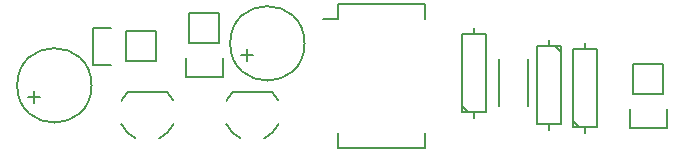
<source format=gto>
G04 #@! TF.FileFunction,Legend,Top*
%FSLAX46Y46*%
G04 Gerber Fmt 4.6, Leading zero omitted, Abs format (unit mm)*
G04 Created by KiCad (PCBNEW (after 2015-may-01 BZR unknown)-product) date 16/06/2015 22:19:31*
%MOMM*%
G01*
G04 APERTURE LIST*
%ADD10C,0.150000*%
G04 APERTURE END LIST*
D10*
X90678000Y-84328000D02*
X90678000Y-81788000D01*
X90398000Y-87148000D02*
X90398000Y-85598000D01*
X90678000Y-84328000D02*
X93218000Y-84328000D01*
X93498000Y-85598000D02*
X93498000Y-87148000D01*
X93498000Y-87148000D02*
X90398000Y-87148000D01*
X93218000Y-84328000D02*
X93218000Y-81788000D01*
X93218000Y-81788000D02*
X90678000Y-81788000D01*
X95082360Y-85328760D02*
X96083120Y-85328760D01*
X95582740Y-85829140D02*
X95582740Y-84828380D01*
X100431600Y-84328000D02*
G75*
G03X100431600Y-84328000I-3149600J0D01*
G01*
X116860000Y-89650000D02*
X116860000Y-85650000D01*
X119360000Y-89650000D02*
X119360000Y-85650000D01*
X77048360Y-88884760D02*
X78049120Y-88884760D01*
X77548740Y-89385140D02*
X77548740Y-88384380D01*
X82397600Y-87884000D02*
G75*
G03X82397600Y-87884000I-3149600J0D01*
G01*
X128270000Y-88646000D02*
X128270000Y-86106000D01*
X127990000Y-91466000D02*
X127990000Y-89916000D01*
X128270000Y-88646000D02*
X130810000Y-88646000D01*
X131090000Y-89916000D02*
X131090000Y-91466000D01*
X131090000Y-91466000D02*
X127990000Y-91466000D01*
X130810000Y-88646000D02*
X130810000Y-86106000D01*
X130810000Y-86106000D02*
X128270000Y-86106000D01*
X85344000Y-83312000D02*
X87884000Y-83312000D01*
X82524000Y-83032000D02*
X84074000Y-83032000D01*
X85344000Y-83312000D02*
X85344000Y-85852000D01*
X84074000Y-86132000D02*
X82524000Y-86132000D01*
X82524000Y-86132000D02*
X82524000Y-83032000D01*
X85344000Y-85852000D02*
X87884000Y-85852000D01*
X87884000Y-85852000D02*
X87884000Y-83312000D01*
X124206000Y-91948000D02*
X124206000Y-91440000D01*
X124206000Y-84328000D02*
X124206000Y-84836000D01*
X124206000Y-84836000D02*
X123190000Y-84836000D01*
X123190000Y-84836000D02*
X123190000Y-91440000D01*
X123190000Y-91440000D02*
X125222000Y-91440000D01*
X125222000Y-91440000D02*
X125222000Y-84836000D01*
X125222000Y-84836000D02*
X124206000Y-84836000D01*
X123698000Y-91440000D02*
X123190000Y-90932000D01*
X121158000Y-84074000D02*
X121158000Y-84582000D01*
X121158000Y-91694000D02*
X121158000Y-91186000D01*
X121158000Y-91186000D02*
X122174000Y-91186000D01*
X122174000Y-91186000D02*
X122174000Y-84582000D01*
X122174000Y-84582000D02*
X120142000Y-84582000D01*
X120142000Y-84582000D02*
X120142000Y-91186000D01*
X120142000Y-91186000D02*
X121158000Y-91186000D01*
X121666000Y-84582000D02*
X122174000Y-85090000D01*
X103259000Y-81017000D02*
X103259000Y-82287000D01*
X110609000Y-81017000D02*
X110609000Y-82287000D01*
X110609000Y-93227000D02*
X110609000Y-91957000D01*
X103259000Y-93227000D02*
X103259000Y-91957000D01*
X103259000Y-81017000D02*
X110609000Y-81017000D01*
X103259000Y-93227000D02*
X110609000Y-93227000D01*
X103259000Y-82287000D02*
X101974000Y-82287000D01*
X114808000Y-90678000D02*
X114808000Y-90170000D01*
X114808000Y-83058000D02*
X114808000Y-83566000D01*
X114808000Y-83566000D02*
X113792000Y-83566000D01*
X113792000Y-83566000D02*
X113792000Y-90170000D01*
X113792000Y-90170000D02*
X115824000Y-90170000D01*
X115824000Y-90170000D02*
X115824000Y-83566000D01*
X115824000Y-83566000D02*
X114808000Y-83566000D01*
X114300000Y-90170000D02*
X113792000Y-89662000D01*
X88122000Y-92370000D02*
G75*
G03X89322000Y-91170000I-1000000J2200000D01*
G01*
X86122001Y-92370000D02*
G75*
G02X84922000Y-91170000I999999J2200000D01*
G01*
X89309695Y-89173010D02*
G75*
G03X88822000Y-88470000I-2187695J-996990D01*
G01*
X84934305Y-89173010D02*
G75*
G02X85422000Y-88470000I2187695J-996990D01*
G01*
X88822000Y-88470000D02*
X85422000Y-88470000D01*
X97012000Y-92370000D02*
G75*
G03X98212000Y-91170000I-1000000J2200000D01*
G01*
X95012001Y-92370000D02*
G75*
G02X93812000Y-91170000I999999J2200000D01*
G01*
X98199695Y-89173010D02*
G75*
G03X97712000Y-88470000I-2187695J-996990D01*
G01*
X93824305Y-89173010D02*
G75*
G02X94312000Y-88470000I2187695J-996990D01*
G01*
X97712000Y-88470000D02*
X94312000Y-88470000D01*
M02*

</source>
